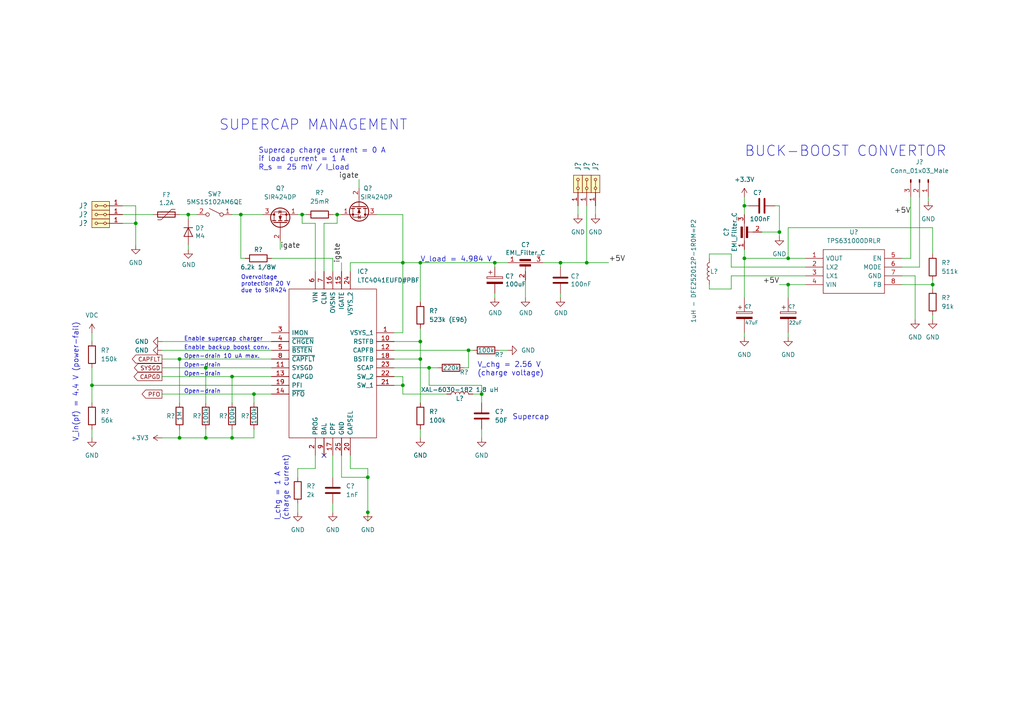
<source format=kicad_sch>
(kicad_sch (version 20231120) (generator "eeschema") (generator_version "8.0")
  (paper "A4")
  (lib_symbols
    (symbol "+3.3V_1" (power) (pin_names (offset 0))
      (property "Value" "+3.3V_1" (at 0 3.556 0))
      (symbol "+3.3V_1_0_1"
        (polyline (pts (xy -0.762 1.27) (xy 0 2.54)))
        (polyline (pts (xy 0 0) (xy 0 2.54)))
        (polyline (pts (xy 0 2.54) (xy 0.762 1.27)))
      )
      (symbol "+3.3V_1_1_1"
        (pin power_in line (at 0 0 90) (length 0) hide (name "+3.3V") (number "1"))
      )
    )
    (symbol "Connector:Conn_01x03_Male" (pin_names (offset 1.016) hide)
      (property "Reference" "J" (at 0 5.08 0))
      (property "Value" "Conn_01x03_Male" (at 0 -5.08 0))
      (symbol "Conn_01x03_Male_1_1"
        (polyline (pts (xy 1.27 -2.54) (xy 0.8636 -2.54)) (stroke (width 0.1524)))
        (polyline (pts (xy 1.27 0) (xy 0.8636 0)) (stroke (width 0.1524)))
        (polyline (pts (xy 1.27 2.54) (xy 0.8636 2.54)) (stroke (width 0.1524)))
        (rectangle (start 0.8636 -2.413) (end 0 -2.667) (stroke (width 0.1524)) (fill (type outline)))
        (rectangle (start 0.8636 0.127) (end 0 -0.127) (stroke (width 0.1524)) (fill (type outline)))
        (rectangle (start 0.8636 2.667) (end 0 2.413) (stroke (width 0.1524)) (fill (type outline)))
        (pin passive line (at 5.08 2.54 180) (length 3.81) (name "Pin_1") (number "1"))
        (pin passive line (at 5.08 0 180) (length 3.81) (name "Pin_2") (number "2"))
        (pin passive line (at 5.08 -2.54 180) (length 3.81) (name "Pin_3") (number "3"))
      )
    )
    (symbol "DATALOGGER01A-rescue:C-device" (pin_numbers hide) (pin_names (offset 0.254))
      (property "Reference" "C" (at 0.635 2.54 0))
      (property "Value" "C-device" (at 0.635 -2.54 0))
      (symbol "C-device_0_1"
        (polyline (pts (xy -2.032 -0.762) (xy 2.032 -0.762)) (stroke (width 0.508)))
        (polyline (pts (xy -2.032 0.762) (xy 2.032 0.762)) (stroke (width 0.508)))
      )
      (symbol "C-device_1_1"
        (pin passive line (at 0 3.81 270) (length 2.794) (name "~") (number "1"))
        (pin passive line (at 0 -3.81 90) (length 2.794) (name "~") (number "2"))
      )
    )
    (symbol "DATALOGGER01A-rescue:CP-device" (pin_numbers hide) (pin_names (offset 0.254))
      (property "Reference" "C" (at 0.635 2.54 0))
      (property "Value" "CP-device" (at 0.635 -2.54 0))
      (symbol "CP-device_0_1"
        (rectangle (start -2.286 0.508) (end -2.286 1.016))
        (rectangle (start -2.286 0.508) (end 2.286 0.508))
        (polyline (pts (xy -1.778 2.286) (xy -0.762 2.286)))
        (polyline (pts (xy -1.27 2.794) (xy -1.27 1.778)))
        (rectangle (start 2.286 -0.508) (end -2.286 -1.016) (fill (type outline)))
        (rectangle (start 2.286 1.016) (end -2.286 1.016))
        (rectangle (start 2.286 1.016) (end 2.286 0.508))
      )
      (symbol "CP-device_1_1"
        (pin passive line (at 0 3.81 270) (length 2.794) (name "~") (number "1"))
        (pin passive line (at 0 -3.81 90) (length 2.794) (name "~") (number "2"))
      )
    )
    (symbol "DATALOGGER01A-rescue:D-device" (pin_numbers hide) (pin_names (offset 1.016) hide)
      (property "Reference" "D" (at 0 2.54 0))
      (property "Value" "D-device" (at 0 -2.54 0))
      (symbol "D-device_0_1"
        (polyline (pts (xy -1.27 1.27) (xy -1.27 -1.27)) (stroke (width 0.2032)))
        (polyline (pts (xy 1.27 0) (xy -1.27 0)))
        (polyline (pts (xy 1.27 1.27) (xy 1.27 -1.27) (xy -1.27 0) (xy 1.27 1.27)) (stroke (width 0.2032)))
      )
      (symbol "D-device_1_1"
        (pin passive line (at -3.81 0 0) (length 2.54) (name "K") (number "1"))
        (pin passive line (at 3.81 0 180) (length 2.54) (name "A") (number "2"))
      )
    )
    (symbol "DATALOGGER01A-rescue:EMI_Filter_C-device" (pin_names (offset 0.254) hide)
      (property "Reference" "C" (at 0 7.62 0))
      (property "Value" "EMI_Filter_C-device" (at 0 5.715 0))
      (symbol "EMI_Filter_C-device_0_1"
        (rectangle (start -1.651 1.524) (end 1.524 2.032) (fill (type outline)))
        (polyline (pts (xy -2.54 2.54) (xy 2.54 2.54)))
        (polyline (pts (xy 0 0) (xy 0 1.778)))
        (rectangle (start 1.524 3.048) (end -1.651 3.556) (fill (type outline)))
      )
      (symbol "EMI_Filter_C-device_1_1"
        (pin passive line (at -5.08 2.54 0) (length 2.54) (name "1") (number "1"))
        (pin passive line (at 0 -2.54 90) (length 2.54) (name "2") (number "2"))
        (pin passive line (at 5.08 2.54 180) (length 2.54) (name "3") (number "3"))
      )
    )
    (symbol "DATALOGGER01A-rescue:HEADER_2x01_PARALLEL-MLAB_HEADER" (pin_names (offset 1.016))
      (property "Reference" "J" (at 0 -2.54 0))
      (property "Value" "HEADER_2x01_PARALLEL-MLAB_HEADER" (at 0 2.54 0))
      (symbol "HEADER_2x01_PARALLEL-MLAB_HEADER_0_1"
        (rectangle (start -2.54 1.27) (end 2.54 -1.27) (fill (type background)))
        (circle (center -1.27 0) (radius 0.381))
        (polyline (pts (xy -1.651 0) (xy -2.54 0)))
        (polyline (pts (xy -0.889 0) (xy 0.889 0)))
        (circle (center 1.27 0) (radius 0.381))
      )
      (symbol "HEADER_2x01_PARALLEL-MLAB_HEADER_1_1"
        (pin input line (at -6.35 0 0) (length 3.81) (name "~") (number "1"))
        (pin input line (at -6.35 0 0) (length 3.81) hide (name "~") (number "2"))
      )
    )
    (symbol "DATALOGGER01A-rescue:Polyfuse-device" (pin_numbers hide) (pin_names (offset 0))
      (property "Reference" "F" (at -2.54 0 90))
      (property "Value" "Polyfuse-device" (at 2.54 0 90))
      (symbol "Polyfuse-device_0_1"
        (rectangle (start -0.762 2.54) (end 0.762 -2.54) (stroke (width 0.254)))
        (polyline (pts (xy 0 2.54) (xy 0 -2.54)))
        (polyline (pts (xy -1.524 2.54) (xy -1.524 1.524) (xy 1.524 -1.524) (xy 1.524 -2.54)))
      )
      (symbol "Polyfuse-device_1_1"
        (pin passive line (at 0 3.81 270) (length 1.27) (name "~") (number "1"))
        (pin passive line (at 0 -3.81 90) (length 1.27) (name "~") (number "2"))
      )
    )
    (symbol "Device:C" (pin_numbers hide) (pin_names (offset 0.254))
      (property "Reference" "C" (at 0.635 2.54 0))
      (property "Value" "C" (at 0.635 -2.54 0))
      (symbol "C_0_1"
        (polyline (pts (xy -2.032 -0.762) (xy 2.032 -0.762)) (stroke (width 0.508)))
        (polyline (pts (xy -2.032 0.762) (xy 2.032 0.762)) (stroke (width 0.508)))
      )
      (symbol "C_1_1"
        (pin passive line (at 0 3.81 270) (length 2.794) (name "~") (number "1"))
        (pin passive line (at 0 -3.81 90) (length 2.794) (name "~") (number "2"))
      )
    )
    (symbol "Device:L" (pin_numbers hide) (pin_names (offset 1.016) hide)
      (property "Reference" "L" (at -1.27 0 90))
      (property "Value" "L" (at 1.905 0 90))
      (symbol "L_0_1"
        (arc (start 0 -2.54) (mid 0.6323 -1.905) (end 0 -1.27))
        (arc (start 0 -1.27) (mid 0.6323 -0.635) (end 0 0))
        (arc (start 0 0) (mid 0.6323 0.635) (end 0 1.27))
        (arc (start 0 1.27) (mid 0.6323 1.905) (end 0 2.54))
      )
      (symbol "L_1_1"
        (pin passive line (at 0 3.81 270) (length 1.27) (name "1") (number "1"))
        (pin passive line (at 0 -3.81 90) (length 1.27) (name "2") (number "2"))
      )
    )
    (symbol "Device:R" (pin_numbers hide) (pin_names (offset 0))
      (property "Reference" "R" (at 2.032 0 90))
      (property "Value" "R" (at 0 0 90))
      (symbol "R_0_1"
        (rectangle (start -1.016 -2.54) (end 1.016 2.54) (stroke (width 0.254)))
      )
      (symbol "R_1_1"
        (pin passive line (at 0 3.81 270) (length 1.27) (name "~") (number "1"))
        (pin passive line (at 0 -3.81 90) (length 1.27) (name "~") (number "2"))
      )
    )
    (symbol "GND_1" (power) (pin_names (offset 0))
      (property "Value" "GND_1" (at 0 -3.81 0))
      (symbol "GND_1_0_1"
        (polyline (pts (xy 0 0) (xy 0 -1.27) (xy 1.27 -1.27) (xy 0 -2.54) (xy -1.27 -1.27) (xy 0 -1.27)))
      )
      (symbol "GND_1_1_1"
        (pin power_in line (at 0 0 270) (length 0) hide (name "GND") (number "1"))
      )
    )
    (symbol "GND_10" (power) (pin_names (offset 0))
      (property "Value" "GND_10" (at 0 -3.81 0))
      (symbol "GND_10_0_1"
        (polyline (pts (xy 0 0) (xy 0 -1.27) (xy 1.27 -1.27) (xy 0 -2.54) (xy -1.27 -1.27) (xy 0 -1.27)))
      )
      (symbol "GND_10_1_1"
        (pin power_in line (at 0 0 270) (length 0) hide (name "GND") (number "1"))
      )
    )
    (symbol "GND_11" (power) (pin_names (offset 0))
      (property "Value" "GND_11" (at 0 -3.81 0))
      (symbol "GND_11_0_1"
        (polyline (pts (xy 0 0) (xy 0 -1.27) (xy 1.27 -1.27) (xy 0 -2.54) (xy -1.27 -1.27) (xy 0 -1.27)))
      )
      (symbol "GND_11_1_1"
        (pin power_in line (at 0 0 270) (length 0) hide (name "GND") (number "1"))
      )
    )
    (symbol "GND_12" (power) (pin_names (offset 0))
      (property "Value" "GND_12" (at 0 -3.81 0))
      (symbol "GND_12_0_1"
        (polyline (pts (xy 0 0) (xy 0 -1.27) (xy 1.27 -1.27) (xy 0 -2.54) (xy -1.27 -1.27) (xy 0 -1.27)))
      )
      (symbol "GND_12_1_1"
        (pin power_in line (at 0 0 270) (length 0) hide (name "GND") (number "1"))
      )
    )
    (symbol "GND_2" (power) (pin_names (offset 0))
      (property "Value" "GND_2" (at 0 -3.81 0))
      (symbol "GND_2_0_1"
        (polyline (pts (xy 0 0) (xy 0 -1.27) (xy 1.27 -1.27) (xy 0 -2.54) (xy -1.27 -1.27) (xy 0 -1.27)))
      )
      (symbol "GND_2_1_1"
        (pin power_in line (at 0 0 270) (length 0) hide (name "GND") (number "1"))
      )
    )
    (symbol "GND_3" (power) (pin_names (offset 0))
      (property "Value" "GND_3" (at 0 -3.81 0))
      (symbol "GND_3_0_1"
        (polyline (pts (xy 0 0) (xy 0 -1.27) (xy 1.27 -1.27) (xy 0 -2.54) (xy -1.27 -1.27) (xy 0 -1.27)))
      )
      (symbol "GND_3_1_1"
        (pin power_in line (at 0 0 270) (length 0) hide (name "GND") (number "1"))
      )
    )
    (symbol "GND_4" (power) (pin_names (offset 0))
      (property "Value" "GND_4" (at 0 -3.81 0))
      (symbol "GND_4_0_1"
        (polyline (pts (xy 0 0) (xy 0 -1.27) (xy 1.27 -1.27) (xy 0 -2.54) (xy -1.27 -1.27) (xy 0 -1.27)))
      )
      (symbol "GND_4_1_1"
        (pin power_in line (at 0 0 270) (length 0) hide (name "GND") (number "1"))
      )
    )
    (symbol "GND_5" (power) (pin_names (offset 0))
      (property "Value" "GND_5" (at 0 -3.81 0))
      (symbol "GND_5_0_1"
        (polyline (pts (xy 0 0) (xy 0 -1.27) (xy 1.27 -1.27) (xy 0 -2.54) (xy -1.27 -1.27) (xy 0 -1.27)))
      )
      (symbol "GND_5_1_1"
        (pin power_in line (at 0 0 270) (length 0) hide (name "GND") (number "1"))
      )
    )
    (symbol "GND_6" (power) (pin_names (offset 0))
      (property "Value" "GND_6" (at 0 -3.81 0))
      (symbol "GND_6_0_1"
        (polyline (pts (xy 0 0) (xy 0 -1.27) (xy 1.27 -1.27) (xy 0 -2.54) (xy -1.27 -1.27) (xy 0 -1.27)))
      )
      (symbol "GND_6_1_1"
        (pin power_in line (at 0 0 270) (length 0) hide (name "GND") (number "1"))
      )
    )
    (symbol "GND_7" (power) (pin_names (offset 0))
      (property "Value" "GND_7" (at 0 -3.81 0))
      (symbol "GND_7_0_1"
        (polyline (pts (xy 0 0) (xy 0 -1.27) (xy 1.27 -1.27) (xy 0 -2.54) (xy -1.27 -1.27) (xy 0 -1.27)))
      )
      (symbol "GND_7_1_1"
        (pin power_in line (at 0 0 270) (length 0) hide (name "GND") (number "1"))
      )
    )
    (symbol "GND_8" (power) (pin_names (offset 0))
      (property "Value" "GND_8" (at 0 -3.81 0))
      (symbol "GND_8_0_1"
        (polyline (pts (xy 0 0) (xy 0 -1.27) (xy 1.27 -1.27) (xy 0 -2.54) (xy -1.27 -1.27) (xy 0 -1.27)))
      )
      (symbol "GND_8_1_1"
        (pin power_in line (at 0 0 270) (length 0) hide (name "GND") (number "1"))
      )
    )
    (symbol "GND_9" (power) (pin_names (offset 0))
      (property "Value" "GND_9" (at 0 -3.81 0))
      (symbol "GND_9_0_1"
        (polyline (pts (xy 0 0) (xy 0 -1.27) (xy 1.27 -1.27) (xy 0 -2.54) (xy -1.27 -1.27) (xy 0 -1.27)))
      )
      (symbol "GND_9_1_1"
        (pin power_in line (at 0 0 270) (length 0) hide (name "GND") (number "1"))
      )
    )
    (symbol "LION2CELL01D-rescue:CP2" (pin_numbers hide) (pin_names (offset 0.254))
      (property "Reference" "C" (at 0 2.54 0))
      (property "Value" "CP2" (at 0.1524 -2.159 0))
      (symbol "CP2_0_1"
        (rectangle (start -2.286 0.508) (end -2.286 1.016))
        (rectangle (start -2.286 0.508) (end 2.286 0.508))
        (rectangle (start -1.778 2.286) (end -0.762 2.286))
        (rectangle (start -1.27 1.778) (end -1.27 2.794))
        (rectangle (start 2.286 -0.508) (end -2.286 -1.016) (fill (type outline)))
        (rectangle (start 2.286 1.016) (end -2.286 1.016))
        (rectangle (start 2.286 1.016) (end 2.286 0.508))
      )
      (symbol "CP2_1_1"
        (pin passive line (at 0 5.08 270) (length 4.064) (name "~") (number "1"))
        (pin passive line (at 0 -5.08 90) (length 4.064) (name "~") (number "2"))
      )
    )
    (symbol "LTC4041EUFD#PBF:LTC4041EUFD#PBF" (pin_names (offset 0.762))
      (property "Reference" "IC" (at 31.75 17.78 0))
      (property "Value" "LTC4041EUFD#PBF" (at 31.75 15.24 0))
      (symbol "LTC4041EUFD#PBF_0_0"
        (pin passive line (at 35.56 0 180) (length 5.08) (name "VSYS_1") (number "1"))
        (pin passive line (at 35.56 -2.54 180) (length 5.08) (name "RSTFB") (number "10"))
        (pin passive line (at 0 -10.16 0) (length 5.08) (name "SYSGD") (number "11"))
        (pin passive line (at 35.56 -5.08 180) (length 5.08) (name "CAPFB") (number "12"))
        (pin passive line (at 0 -12.7 0) (length 5.08) (name "CAPGD") (number "13"))
        (pin passive line (at 0 -17.78 0) (length 5.08) (name "~{PFO}") (number "14"))
        (pin passive line (at 20.32 17.78 270) (length 5.08) (name "IGATE") (number "15"))
        (pin passive line (at 17.78 17.78 270) (length 5.08) (name "OVSNS") (number "16"))
        (pin passive line (at 17.78 -35.56 90) (length 5.08) (name "CPF") (number "17"))
        (pin passive line (at 35.56 -7.62 180) (length 5.08) (name "BSTFB") (number "18"))
        (pin passive line (at 0 -15.24 0) (length 5.08) (name "PFI") (number "19"))
        (pin passive line (at 12.7 -35.56 90) (length 5.08) (name "PROG") (number "2"))
        (pin passive line (at 22.86 -35.56 90) (length 5.08) (name "CAPSEL") (number "20"))
        (pin passive line (at 35.56 -15.24 180) (length 5.08) (name "SW_1") (number "21"))
        (pin passive line (at 35.56 -12.7 180) (length 5.08) (name "SW_2") (number "22"))
        (pin passive line (at 35.56 -10.16 180) (length 5.08) (name "SCAP") (number "23"))
        (pin passive line (at 22.86 17.78 270) (length 5.08) (name "VSYS_2") (number "24"))
        (pin passive line (at 20.32 -35.56 90) (length 5.08) (name "GND") (number "25"))
        (pin passive line (at 0 0 0) (length 5.08) (name "IMON") (number "3"))
        (pin passive line (at 0 -2.54 0) (length 5.08) (name "~{CHGEN}") (number "4"))
        (pin passive line (at 0 -5.08 0) (length 5.08) (name "~{BSTEN}") (number "5"))
        (pin passive line (at 12.7 17.78 270) (length 5.08) (name "VIN") (number "6"))
        (pin passive line (at 15.24 17.78 270) (length 5.08) (name "CLN") (number "7"))
        (pin passive line (at 0 -7.62 0) (length 5.08) (name "~{CAPFLT}") (number "8"))
        (pin passive line (at 15.24 -35.56 90) (length 5.08) (name "BAL") (number "9"))
      )
      (symbol "LTC4041EUFD#PBF_0_1"
        (polyline (pts (xy 5.08 12.7) (xy 30.48 12.7) (xy 30.48 -30.48) (xy 5.08 -30.48) (xy 5.08 12.7)) (stroke (width 0.1524)))
      )
    )
    (symbol "Switch:SW_SPST" (pin_names (offset 0) hide)
      (property "Reference" "SW" (at 0 3.175 0))
      (property "Value" "SW_SPST" (at 0 -2.54 0))
      (symbol "SW_SPST_0_0"
        (circle (center -2.032 0) (radius 0.508))
        (polyline (pts (xy -1.524 0.254) (xy 1.524 1.778)))
        (circle (center 2.032 0) (radius 0.508))
      )
      (symbol "SW_SPST_1_1"
        (pin passive line (at -5.08 0 0) (length 2.54) (name "A") (number "1"))
        (pin passive line (at 5.08 0 180) (length 2.54) (name "B") (number "2"))
      )
    )
    (symbol "TPS631000DRLR:TPS631000DRLR" (pin_names (offset 0.762))
      (property "Reference" "U" (at 24.13 7.62 0))
      (property "Value" "TPS631000DRLR" (at 24.13 5.08 0))
      (symbol "TPS631000DRLR_0_0"
        (pin passive line (at 0 0 0) (length 5.08) (name "VOUT") (number "1"))
        (pin passive line (at 0 -2.54 0) (length 5.08) (name "LX2") (number "2"))
        (pin passive line (at 0 -5.08 0) (length 5.08) (name "LX1") (number "3"))
        (pin passive line (at 0 -7.62 0) (length 5.08) (name "VIN") (number "4"))
        (pin passive line (at 27.94 0 180) (length 5.08) (name "EN") (number "5"))
        (pin passive line (at 27.94 -2.54 180) (length 5.08) (name "MODE") (number "6"))
        (pin passive line (at 27.94 -5.08 180) (length 5.08) (name "GND") (number "7"))
        (pin passive line (at 27.94 -7.62 180) (length 5.08) (name "FB") (number "8"))
      )
      (symbol "TPS631000DRLR_0_1"
        (polyline (pts (xy 5.08 2.54) (xy 22.86 2.54) (xy 22.86 -10.16) (xy 5.08 -10.16) (xy 5.08 2.54)) (stroke (width 0.1524)))
      )
    )
    (symbol "Transistor_FET:2N7000" (pin_names hide)
      (property "Reference" "Q" (at 5.08 1.905 0))
      (property "Value" "2N7000" (at 5.08 0 0))
      (symbol "2N7000_0_1"
        (polyline (pts (xy 0.254 0) (xy -2.54 0)))
        (polyline (pts (xy 0.254 1.905) (xy 0.254 -1.905)) (stroke (width 0.254)))
        (polyline (pts (xy 0.762 -1.27) (xy 0.762 -2.286)) (stroke (width 0.254)))
        (polyline (pts (xy 0.762 0.508) (xy 0.762 -0.508)) (stroke (width 0.254)))
        (polyline (pts (xy 0.762 2.286) (xy 0.762 1.27)) (stroke (width 0.254)))
        (polyline (pts (xy 2.54 2.54) (xy 2.54 1.778)))
        (polyline (pts (xy 2.54 -2.54) (xy 2.54 0) (xy 0.762 0)))
        (polyline (pts (xy 0.762 -1.778) (xy 3.302 -1.778) (xy 3.302 1.778) (xy 0.762 1.778)))
        (polyline (pts (xy 1.016 0) (xy 2.032 0.381) (xy 2.032 -0.381) (xy 1.016 0)) (fill (type outline)))
        (polyline (pts (xy 2.794 0.508) (xy 2.921 0.381) (xy 3.683 0.381) (xy 3.81 0.254)))
        (polyline (pts (xy 3.302 0.381) (xy 2.921 -0.254) (xy 3.683 -0.254) (xy 3.302 0.381)))
        (circle (center 1.651 0) (radius 2.794) (stroke (width 0.254)))
        (circle (center 2.54 -1.778) (radius 0.254) (fill (type outline)))
        (circle (center 2.54 1.778) (radius 0.254) (fill (type outline)))
      )
      (symbol "2N7000_1_1"
        (pin passive line (at 2.54 -5.08 90) (length 2.54) (name "S") (number "1"))
        (pin input line (at -5.08 0 0) (length 2.54) (name "G") (number "2"))
        (pin passive line (at 2.54 5.08 270) (length 2.54) (name "D") (number "3"))
      )
    )
    (symbol "power:+3V3" (power) (pin_names (offset 0))
      (property "Value" "+3V3" (at 0 3.556 0))
      (symbol "+3V3_0_1"
        (polyline (pts (xy -0.762 1.27) (xy 0 2.54)))
        (polyline (pts (xy 0 0) (xy 0 2.54)))
        (polyline (pts (xy 0 2.54) (xy 0.762 1.27)))
      )
      (symbol "+3V3_1_1"
        (pin power_in line (at 0 0 90) (length 0) hide (name "+3V3") (number "1"))
      )
    )
    (symbol "power:GND" (power) (pin_names (offset 0))
      (property "Value" "GND" (at 0 -3.81 0))
      (symbol "GND_0_1"
        (polyline (pts (xy 0 0) (xy 0 -1.27) (xy 1.27 -1.27) (xy 0 -2.54) (xy -1.27 -1.27) (xy 0 -1.27)))
      )
      (symbol "GND_1_1"
        (pin power_in line (at 0 0 270) (length 0) hide (name "GND") (number "1"))
      )
    )
    (symbol "power:VDC" (power) (pin_names (offset 0))
      (property "Value" "VDC" (at 0 6.35 0))
      (symbol "VDC_0_1"
        (polyline (pts (xy -0.762 1.27) (xy 0 2.54)))
        (polyline (pts (xy 0 0) (xy 0 2.54)))
        (polyline (pts (xy 0 2.54) (xy 0.762 1.27)))
      )
      (symbol "VDC_1_1"
        (pin power_in line (at 0 0 90) (length 0) hide (name "VDC") (number "1"))
      )
    )
  )
  (junction (at 73.66 114.3))
  (junction (at 39.37 64.77))
  (junction (at 67.31 127))
  (junction (at 52.07 104.14))
  (junction (at 106.68 138.43))
  (junction (at 106.68 148.59))
  (junction (at 170.18 76.2))
  (junction (at 143.51 76.2))
  (junction (at 124.46 106.68))
  (junction (at 26.67 111.76))
  (junction (at 54.61 62.23))
  (junction (at 121.92 99.06))
  (junction (at 228.6 82.55))
  (junction (at 59.69 106.68))
  (junction (at 162.56 76.2))
  (junction (at 67.31 109.22))
  (junction (at 215.9 59.69))
  (junction (at 97.79 62.23))
  (junction (at 228.6 74.93))
  (junction (at 87.63 62.23))
  (junction (at 121.92 76.2))
  (junction (at 116.84 76.2))
  (junction (at 121.92 104.14))
  (junction (at 270.51 82.55))
  (junction (at 139.7 114.3))
  (junction (at 69.85 62.23))
  (junction (at 226.06 67.31))
  (junction (at 215.9 74.93))
  (junction (at 116.84 111.76))
  (junction (at 135.89 101.6))
  (junction (at 59.69 127))
  (junction (at 52.07 127))
  (no_connect (at 93.98 132.08))
  (wire (pts (xy 116.84 76.2) (xy 116.84 96.52)))
  (wire (pts (xy 137.16 114.3) (xy 139.7 114.3)))
  (wire (pts (xy 205.74 73.66) (xy 205.74 74.93)))
  (wire (pts (xy 215.9 59.69) (xy 215.9 62.23)))
  (wire (pts (xy 124.46 106.68) (xy 124.46 111.76)))
  (wire (pts (xy 91.44 132.08) (xy 91.44 135.89)))
  (wire (pts (xy 101.6 76.2) (xy 116.84 76.2)))
  (wire (pts (xy 144.78 101.6) (xy 147.32 101.6)))
  (wire (pts (xy 26.67 111.76) (xy 78.74 111.76)))
  (wire (pts (xy 106.68 138.43) (xy 106.68 148.59)))
  (wire (pts (xy 87.63 62.23) (xy 87.63 64.77)))
  (wire (pts (xy 46.99 127) (xy 52.07 127)))
  (wire (pts (xy 270.51 73.66) (xy 270.51 66.04)))
  (wire (pts (xy 97.79 62.23) (xy 96.52 62.23)))
  (wire (pts (xy 270.51 82.55) (xy 270.51 83.82)))
  (wire (pts (xy 121.92 124.46) (xy 121.92 127)))
  (wire (pts (xy 93.98 64.77) (xy 93.98 78.74)))
  (wire (pts (xy 52.07 104.14) (xy 52.07 116.84)))
  (wire (pts (xy 135.89 101.6) (xy 135.89 106.68)))
  (wire (pts (xy 46.99 109.22) (xy 67.31 109.22)))
  (wire (pts (xy 67.31 124.46) (xy 67.31 127)))
  (wire (pts (xy 91.44 135.89) (xy 86.36 135.89)))
  (wire (pts (xy 101.6 132.08) (xy 101.6 135.89)))
  (wire (pts (xy 52.07 104.14) (xy 78.74 104.14)))
  (wire (pts (xy 86.36 135.89) (xy 86.36 138.43)))
  (wire (pts (xy 215.9 57.15) (xy 215.9 59.69)))
  (wire (pts (xy 46.99 114.3) (xy 73.66 114.3)))
  (wire (pts (xy 59.69 124.46) (xy 59.69 127)))
  (wire (pts (xy 87.63 64.77) (xy 91.44 64.77)))
  (wire (pts (xy 101.6 78.74) (xy 101.6 76.2)))
  (wire (pts (xy 26.67 96.52) (xy 26.67 99.06)))
  (wire (pts (xy 124.46 111.76) (xy 139.7 111.76)))
  (wire (pts (xy 46.99 104.14) (xy 52.07 104.14)))
  (wire (pts (xy 114.3 106.68) (xy 124.46 106.68)))
  (wire (pts (xy 39.37 64.77) (xy 39.37 71.12)))
  (wire (pts (xy 212.09 73.66) (xy 205.74 73.66)))
  (wire (pts (xy 114.3 101.6) (xy 135.89 101.6)))
  (wire (pts (xy 135.89 106.68) (xy 134.62 106.68)))
  (wire (pts (xy 228.6 82.55) (xy 228.6 86.36)))
  (wire (pts (xy 93.98 64.77) (xy 97.79 64.77)))
  (wire (pts (xy 170.18 59.69) (xy 170.18 76.2)))
  (wire (pts (xy 71.12 74.93) (xy 69.85 74.93)))
  (wire (pts (xy 215.9 72.39) (xy 215.9 74.93)))
  (wire (pts (xy 143.51 85.09) (xy 143.51 86.36)))
  (wire (pts (xy 212.09 77.47) (xy 233.68 77.47)))
  (wire (pts (xy 121.92 99.06) (xy 121.92 104.14)))
  (wire (pts (xy 73.66 114.3) (xy 78.74 114.3)))
  (wire (pts (xy 228.6 74.93) (xy 233.68 74.93)))
  (wire (pts (xy 143.51 77.47) (xy 143.51 76.2)))
  (wire (pts (xy 99.06 76.2) (xy 99.06 78.74)))
  (wire (pts (xy 226.06 67.31) (xy 226.06 68.58)))
  (wire (pts (xy 270.51 91.44) (xy 270.51 92.71)))
  (wire (pts (xy 228.6 96.52) (xy 228.6 97.79)))
  (wire (pts (xy 139.7 124.46) (xy 139.7 127)))
  (wire (pts (xy 226.06 59.69) (xy 226.06 67.31)))
  (wire (pts (xy 67.31 116.84) (xy 67.31 109.22)))
  (wire (pts (xy 106.68 135.89) (xy 106.68 138.43)))
  (wire (pts (xy 114.3 96.52) (xy 116.84 96.52)))
  (wire (pts (xy 67.31 109.22) (xy 78.74 109.22)))
  (wire (pts (xy 269.24 57.15) (xy 269.24 58.42)))
  (wire (pts (xy 86.36 146.05) (xy 86.36 148.59)))
  (wire (pts (xy 152.4 81.28) (xy 152.4 86.36)))
  (wire (pts (xy 67.31 127) (xy 73.66 127)))
  (wire (pts (xy 212.09 83.82) (xy 205.74 83.82)))
  (wire (pts (xy 26.67 106.68) (xy 26.67 111.76)))
  (wire (pts (xy 109.22 62.23) (xy 116.84 62.23)))
  (wire (pts (xy 81.28 69.85) (xy 81.28 72.39)))
  (wire (pts (xy 139.7 111.76) (xy 139.7 114.3)))
  (wire (pts (xy 265.43 80.01) (xy 265.43 92.71)))
  (wire (pts (xy 99.06 132.08) (xy 99.06 138.43)))
  (wire (pts (xy 215.9 96.52) (xy 215.9 97.79)))
  (wire (pts (xy 215.9 74.93) (xy 228.6 74.93)))
  (wire (pts (xy 215.9 74.93) (xy 215.9 86.36)))
  (wire (pts (xy 96.52 146.05) (xy 96.52 148.59)))
  (wire (pts (xy 212.09 77.47) (xy 212.09 73.66)))
  (wire (pts (xy 121.92 95.25) (xy 121.92 99.06)))
  (wire (pts (xy 135.89 101.6) (xy 137.16 101.6)))
  (wire (pts (xy 170.18 76.2) (xy 176.53 76.2)))
  (wire (pts (xy 52.07 62.23) (xy 54.61 62.23)))
  (wire (pts (xy 264.16 57.15) (xy 264.16 74.93)))
  (wire (pts (xy 99.06 138.43) (xy 106.68 138.43)))
  (wire (pts (xy 270.51 66.04) (xy 228.6 66.04)))
  (wire (pts (xy 266.7 77.47) (xy 266.7 57.15)))
  (wire (pts (xy 143.51 76.2) (xy 147.32 76.2)))
  (wire (pts (xy 261.62 77.47) (xy 266.7 77.47)))
  (wire (pts (xy 46.99 101.6) (xy 78.74 101.6)))
  (wire (pts (xy 121.92 76.2) (xy 121.92 87.63)))
  (wire (pts (xy 116.84 62.23) (xy 116.84 76.2)))
  (wire (pts (xy 215.9 59.69) (xy 217.17 59.69)))
  (wire (pts (xy 59.69 127) (xy 67.31 127)))
  (wire (pts (xy 116.84 114.3) (xy 129.54 114.3)))
  (wire (pts (xy 121.92 104.14) (xy 121.92 116.84)))
  (wire (pts (xy 86.36 62.23) (xy 87.63 62.23)))
  (wire (pts (xy 52.07 124.46) (xy 52.07 127)))
  (wire (pts (xy 59.69 116.84) (xy 59.69 106.68)))
  (wire (pts (xy 26.67 111.76) (xy 26.67 116.84)))
  (wire (pts (xy 52.07 127) (xy 59.69 127)))
  (wire (pts (xy 88.9 62.23) (xy 87.63 62.23)))
  (wire (pts (xy 101.6 135.89) (xy 106.68 135.89)))
  (wire (pts (xy 116.84 76.2) (xy 121.92 76.2)))
  (wire (pts (xy 96.52 74.93) (xy 96.52 78.74)))
  (wire (pts (xy 69.85 74.93) (xy 69.85 62.23)))
  (wire (pts (xy 121.92 76.2) (xy 143.51 76.2)))
  (wire (pts (xy 73.66 127) (xy 73.66 124.46)))
  (wire (pts (xy 162.56 76.2) (xy 162.56 77.47)))
  (wire (pts (xy 157.48 76.2) (xy 162.56 76.2)))
  (wire (pts (xy 35.56 59.69) (xy 39.37 59.69)))
  (wire (pts (xy 261.62 82.55) (xy 270.51 82.55)))
  (wire (pts (xy 59.69 106.68) (xy 78.74 106.68)))
  (wire (pts (xy 54.61 63.5) (xy 54.61 62.23)))
  (wire (pts (xy 104.14 52.07) (xy 104.14 54.61)))
  (wire (pts (xy 261.62 74.93) (xy 264.16 74.93)))
  (wire (pts (xy 172.72 59.69) (xy 172.72 62.23)))
  (wire (pts (xy 114.3 99.06) (xy 121.92 99.06)))
  (wire (pts (xy 39.37 59.69) (xy 39.37 64.77)))
  (wire (pts (xy 220.98 67.31) (xy 226.06 67.31)))
  (wire (pts (xy 167.64 59.69) (xy 167.64 62.23)))
  (wire (pts (xy 91.44 64.77) (xy 91.44 78.74)))
  (wire (pts (xy 233.68 82.55) (xy 228.6 82.55)))
  (wire (pts (xy 73.66 114.3) (xy 73.66 116.84)))
  (wire (pts (xy 228.6 66.04) (xy 228.6 74.93)))
  (wire (pts (xy 97.79 62.23) (xy 99.06 62.23)))
  (wire (pts (xy 96.52 132.08) (xy 96.52 138.43)))
  (wire (pts (xy 205.74 83.82) (xy 205.74 82.55)))
  (wire (pts (xy 116.84 111.76) (xy 116.84 114.3)))
  (wire (pts (xy 35.56 62.23) (xy 44.45 62.23)))
  (wire (pts (xy 46.99 106.68) (xy 59.69 106.68)))
  (wire (pts (xy 69.85 62.23) (xy 76.2 62.23)))
  (wire (pts (xy 114.3 109.22) (xy 116.84 109.22)))
  (wire (pts (xy 97.79 64.77) (xy 97.79 62.23)))
  (wire (pts (xy 162.56 76.2) (xy 170.18 76.2)))
  (wire (pts (xy 114.3 104.14) (xy 121.92 104.14)))
  (wire (pts (xy 54.61 62.23) (xy 57.15 62.23)))
  (wire (pts (xy 226.06 82.55) (xy 228.6 82.55)))
  (wire (pts (xy 26.67 124.46) (xy 26.67 127)))
  (wire (pts (xy 224.79 59.69) (xy 226.06 59.69)))
  (wire (pts (xy 67.31 62.23) (xy 69.85 62.23)))
  (wire (pts (xy 46.99 99.06) (xy 78.74 99.06)))
  (wire (pts (xy 212.09 80.01) (xy 233.68 80.01)))
  (wire (pts (xy 116.84 109.22) (xy 116.84 111.76)))
  (wire (pts (xy 212.09 80.01) (xy 212.09 83.82)))
  (wire (pts (xy 78.74 74.93) (xy 96.52 74.93)))
  (wire (pts (xy 162.56 86.36) (xy 162.56 85.09)))
  (wire (pts (xy 114.3 111.76) (xy 116.84 111.76)))
  (wire (pts (xy 35.56 64.77) (xy 39.37 64.77)))
  (wire (pts (xy 139.7 114.3) (xy 139.7 116.84)))
  (wire (pts (xy 261.62 80.01) (xy 265.43 80.01)))
  (wire (pts (xy 106.68 148.59) (xy 106.68 151.13)))
  (wire (pts (xy 124.46 106.68) (xy 127 106.68)))
  (wire (pts (xy 270.51 82.55) (xy 270.51 81.28)))
  (wire (pts (xy 54.61 72.39) (xy 54.61 71.12)))
  (text "Open-drain" (at 53.34 106.68 0) (effects (font (size 1.2 1.2)) (justify left bottom)))
  (text "Open-drain" (at 53.34 109.22 0) (effects (font (size 1.2 1.2)) (justify left bottom)))
  (text "V_chg = 2.56 V\n(charge voltage)" (at 138.43 109.22 0) (effects (font (size 1.524 1.524)) (justify left bottom)))
  (text "Open-drain 10 uA max." (at 53.34 104.14 0) (effects (font (size 1.2 1.2)) (justify left bottom)))
  (text "Open-drain" (at 53.34 114.3 0) (effects (font (size 1.2 1.2)) (justify left bottom)))
  (text "Enable backup boost conv." (at 53.34 101.6 0) (effects (font (size 1.2 1.2)) (justify left bottom)))
  (text "I_chg = 1 A\n(charge current)" (at 83.82 151.13 90) (effects (font (size 1.524 1.524)) (justify left bottom)))
  (text "Overvoltage\nprotection 20 V\ndue to SIR424" (at 69.85 85.09 0) (effects (font (size 1.2 1.2)) (justify left bottom)))
  (text "Supercap charge current = 0 A\nif load current = 1 A\nR_s = 25 mV / I_load" (at 74.93 49.53 0) (effects (font (size 1.524 1.524)) (justify left bottom)))
  (text "Supercap" (at 148.59 121.92 0) (effects (font (size 1.524 1.524)) (justify left bottom)))
  (text "SUPERCAP MANAGEMENT" (at 63.5 38.1 0) (effects (font (size 3 3)) (justify left bottom)))
  (text "Enable supercap charger" (at 53.34 99.06 0) (effects (font (size 1.2 1.2)) (justify left bottom)))
  (text "V_load = 4.984 V" (at 121.92 76.2 0) (effects (font (size 1.524 1.524)) (justify left bottom)))
  (text "V_in(pf) = 4.4 V (power-fail)" (at 22.86 128.27 90) (effects (font (size 1.524 1.524)) (justify left bottom)))
  (text "BUCK-BOOST CONVERTOR" (at 215.9 45.72 0) (effects (font (size 2.9972 2.9972)) (justify left bottom)))
  (label "igate" (at 81.28 72.39 0) (effects (font (size 1.524 1.524))))
  (label "igate" (at 104.14 52.07 180) (effects (font (size 1.524 1.524))))
  (label "+5V" (at 226.06 82.55 180) (effects (font (size 1.524 1.524))))
  (label "igate" (at 99.06 76.2 90) (effects (font (size 1.524 1.524))))
  (label "+5V" (at 176.53 76.2 0) (effects (font (size 1.524 1.524))))
  (label "+5V" (at 264.16 62.23 180) (effects (font (size 1.524 1.524))))
  (global_label "CAPGD" (shape output) (at 46.99 109.22 180) (effects (font (size 1.2 1.2))) (property "Intersheetrefs" "${INTERSHEET_REFS}" (effects (hide yes))))
  (global_label "PFO" (shape output) (at 46.99 114.3 180) (effects (font (size 1.2 1.2))) (property "Intersheetrefs" "${INTERSHEET_REFS}" (effects (hide yes))))
  (global_label "CAPFLT" (shape output) (at 46.99 104.14 180) (effects (font (size 1.2 1.2))) (property "Intersheetrefs" "${INTERSHEET_REFS}" (effects (hide yes))))
  (global_label "SYSGD" (shape output) (at 46.99 106.68 180) (effects (font (size 1.2 1.2))) (property "Intersheetrefs" "${INTERSHEET_REFS}" (effects (hide yes))))
  (symbol (lib_id "DATALOGGER01A-rescue:EMI_Filter_C-device") (at 152.4 78.74 0) (unit 1)
    (property "Reference" "C?" (at 152.4 70.993 0))
    (property "Value" "EMI_Filter_C" (at 152.4 73.3044 0))
    (property "Footprint" "Mlab_L:FIR1" (effects (hide yes)))
    (property "Datasheet" "http://www.murata.com/~/media/webrenewal/support/library/catalog/products/emc/emifil/c31e.ashx?la=en-gb" (effects (hide yes)))
  )
  (symbol (lib_id "Transistor_FET:2N7000") (at 81.28 64.77 90) (unit 1)
    (property "Reference" "Q?" (at 81.28 54.61 90))
    (property "Value" "SIR424DP" (at 81.28 57.15 90))
    (property "Footprint" "Package_TO_SOT_THT:TO-92_Inline" (effects (hide yes)))
    (property "Datasheet" "https://www.vishay.com/docs/70226/70226.pdf" (effects (hide yes)))
  )
  (symbol (lib_id "Device:R") (at 67.31 120.65 180) (unit 1)
    (property "Reference" "R?" (at 64.77 120.65 0))
    (property "Value" "100k" (at 67.31 120.65 90))
  )
  (symbol (lib_name "GND_4") (lib_id "power:GND") (at 86.36 148.59 0) (unit 1)
    (property "Reference" "#PWR?" (effects (hide yes)))
    (property "Value" "GND" (at 86.36 153.67 0))
  )
  (symbol (lib_id "Device:R") (at 52.07 120.65 180) (unit 1)
    (property "Reference" "R?" (at 49.53 120.65 0))
    (property "Value" "1M" (at 52.07 120.65 90))
  )
  (symbol (lib_id "power:GND") (at 152.4 86.36 0) (unit 1)
    (property "Reference" "#PWR?" (effects (hide yes)))
    (property "Value" "GND" (at 152.527 90.7542 0))
  )
  (symbol (lib_id "Device:R") (at 73.66 120.65 180) (unit 1)
    (property "Reference" "R?" (at 71.12 120.65 0))
    (property "Value" "100k" (at 73.66 120.65 90))
  )
  (symbol (lib_id "Device:C") (at 139.7 120.65 0) (unit 1)
    (property "Reference" "C?" (at 143.51 119.3799 0) (effects (justify left)))
    (property "Value" "50F" (at 143.51 121.9199 0) (effects (justify left)))
  )
  (symbol (lib_id "Transistor_FET:2N7000") (at 104.14 59.69 270) (unit 1)
    (property "Reference" "Q?" (at 106.68 54.61 90))
    (property "Value" "SIR424DP" (at 109.22 57.15 90))
    (property "Footprint" "Package_TO_SOT_THT:TO-92_Inline" (effects (hide yes)))
    (property "Datasheet" "https://www.vishay.com/docs/70226/70226.pdf" (effects (hide yes)))
  )
  (symbol (lib_name "GND_10") (lib_id "power:GND") (at 269.24 58.42 0) (unit 1)
    (property "Reference" "#PWR?" (effects (hide yes)))
    (property "Value" "GND" (at 269.24 63.5 0))
  )
  (symbol (lib_id "Device:R") (at 74.93 74.93 270) (unit 1)
    (property "Reference" "R?" (at 74.93 72.39 90))
    (property "Value" "6.2k 1/8W" (at 74.93 77.47 90))
  )
  (symbol (lib_id "Device:R") (at 121.92 91.44 0) (unit 1)
    (property "Reference" "R?" (at 124.46 90.1699 0) (effects (justify left)))
    (property "Value" "523k (E96)" (at 124.46 92.7099 0) (effects (justify left)))
  )
  (symbol (lib_id "Device:R") (at 270.51 87.63 0) (unit 1)
    (property "Reference" "R?" (at 273.05 86.3599 0) (effects (justify left)))
    (property "Value" "91k" (at 273.05 88.8999 0) (effects (justify left)))
  )
  (symbol (lib_name "GND_11") (lib_id "power:GND") (at 172.72 62.23 0) (unit 1)
    (property "Reference" "#PWR?" (effects (hide yes)))
    (property "Value" "GND" (at 172.72 67.31 0))
  )
  (symbol (lib_id "DATALOGGER01A-rescue:EMI_Filter_C-device") (at 218.44 67.31 90) (unit 1)
    (property "Reference" "C?" (at 210.693 67.31 0))
    (property "Value" "EMI_Filter_C" (at 213.0044 67.31 0))
    (property "Footprint" "Mlab_L:FIR1" (effects (hide yes)))
    (property "Datasheet" "http://www.murata.com/~/media/webrenewal/support/library/catalog/products/emc/emifil/c31e.ashx?la=en-gb" (effects (hide yes)))
  )
  (symbol (lib_id "power:GND") (at 143.51 86.36 0) (unit 1)
    (property "Reference" "#PWR?" (effects (hide yes)))
    (property "Value" "GND" (at 143.637 90.7542 0))
  )
  (symbol (lib_name "GND_12") (lib_id "power:GND") (at 226.06 68.58 0) (unit 1)
    (property "Reference" "#PWR?" (effects (hide yes)))
    (property "Value" "GND" (at 226.06 73.66 0))
  )
  (symbol (lib_id "LION2CELL01D-rescue:CP2") (at 228.6 91.44 0) (unit 1)
    (property "Reference" "C?" (at 228.6 88.9 0) (effects (font (size 1.016 1.016)) (justify left)))
    (property "Value" "22uF" (at 228.7524 93.599 0) (effects (font (size 1.016 1.016)) (justify left)))
    (property "Footprint" "Mlab_C:TantalC_SizeB_Reflow" (effects (hide yes)))
  )
  (symbol (lib_id "DATALOGGER01A-rescue:CP-device") (at 143.51 81.28 0) (unit 1)
    (property "Reference" "C?" (at 146.5072 80.1116 0) (effects (justify left)))
    (property "Value" "100uF" (at 146.5072 82.423 0) (effects (justify left)))
    (property "Footprint" "Mlab_C:TantalC_SizeC_Reflow" (effects (hide yes)))
    (property "UST_ID" "5c70984412875079b91f8867" (effects (hide yes)))
  )
  (symbol (lib_name "GND_6") (lib_id "power:GND") (at 215.9 97.79 0) (unit 1)
    (property "Reference" "#PWR?" (effects (hide yes)))
    (property "Value" "GND" (at 215.9 102.87 0))
  )
  (symbol (lib_id "Device:R") (at 86.36 142.24 0) (unit 1)
    (property "Reference" "R?" (at 88.9 140.9699 0) (effects (justify left)))
    (property "Value" "2k" (at 88.9 143.5099 0) (effects (justify left)))
  )
  (symbol (lib_name "GND_7") (lib_id "power:GND") (at 139.7 127 0) (unit 1)
    (property "Reference" "#PWR?" (effects (hide yes)))
    (property "Value" "GND" (at 139.7 132.08 0))
  )
  (symbol (lib_id "DATALOGGER01A-rescue:HEADER_2x01_PARALLEL-MLAB_HEADER") (at 172.72 53.34 90) (unit 1)
    (property "Reference" "J?" (at 172.72 48.26 0) (effects (font (size 1.524 1.524))))
    (property "Value" "HEADER_2x01_PARALLEL" (effects (hide yes)))
    (property "Footprint" "Mlab_Pin_Headers:Straight_2x01" (effects (hide yes)))
  )
  (symbol (lib_name "GND_1") (lib_id "power:GND") (at 39.37 71.12 0) (unit 1)
    (property "Reference" "#PWR?" (effects (hide yes)))
    (property "Value" "GND" (at 39.37 76.2 0))
  )
  (symbol (lib_id "power:VDC") (at 26.67 96.52 0) (unit 1)
    (property "Reference" "#PWR?" (effects (hide yes)))
    (property "Value" "VDC" (at 26.67 91.44 0))
  )
  (symbol (lib_name "GND_5") (lib_id "power:GND") (at 121.92 127 0) (unit 1)
    (property "Reference" "#PWR?" (effects (hide yes)))
    (property "Value" "GND" (at 121.92 132.08 0))
  )
  (symbol (lib_id "Device:R") (at 270.51 77.47 0) (unit 1)
    (property "Reference" "R?" (at 273.05 76.1999 0) (effects (justify left)))
    (property "Value" "511k" (at 273.05 78.7399 0) (effects (justify left)))
  )
  (symbol (lib_name "GND_9") (lib_id "power:GND") (at 265.43 92.71 0) (unit 1)
    (property "Reference" "#PWR?" (effects (hide yes)))
    (property "Value" "GND" (at 265.43 97.79 0))
  )
  (symbol (lib_id "Device:R") (at 130.81 106.68 90) (unit 1)
    (property "Reference" "R?" (at 134.62 107.95 90))
    (property "Value" "220k" (at 130.81 106.68 90))
  )
  (symbol (lib_id "DATALOGGER01A-rescue:C-device") (at 162.56 81.28 0) (unit 1)
    (property "Reference" "C?" (at 165.481 80.1116 0) (effects (justify left)))
    (property "Value" "100nF" (at 165.481 82.423 0) (effects (justify left)))
    (property "Footprint" "Mlab_R:SMD-0805" (effects (hide yes)))
    (property "UST_ID" "5c70984712875079b91f8b4c" (effects (hide yes)))
  )
  (symbol (lib_id "Device:R") (at 59.69 120.65 180) (unit 1)
    (property "Reference" "R?" (at 57.15 120.65 0))
    (property "Value" "100k" (at 59.69 120.65 90))
  )
  (symbol (lib_name "GND_6") (lib_id "power:GND") (at 106.68 148.59 0) (unit 1)
    (property "Reference" "#PWR?" (effects (hide yes)))
    (property "Value" "GND" (at 106.68 153.67 0))
  )
  (symbol (lib_id "Device:C") (at 96.52 142.24 0) (unit 1)
    (property "Reference" "C?" (at 100.33 140.9699 0) (effects (justify left)))
    (property "Value" "1nF" (at 100.33 143.5099 0) (effects (justify left)))
  )
  (symbol (lib_id "DATALOGGER01A-rescue:D-device") (at 54.61 67.31 270) (unit 1)
    (property "Reference" "D?" (at 56.6166 66.1416 90) (effects (justify left)))
    (property "Value" "M4" (at 56.6166 68.453 90) (effects (justify left)))
    (property "Footprint" "Mlab_D:SMA_Standard" (effects (hide yes)))
    (property "UST_ID" "5c70984512875079b91f88ac" (effects (hide yes)))
  )
  (symbol (lib_id "TPS631000DRLR:TPS631000DRLR") (at 233.68 74.93 0) (unit 1)
    (property "Reference" "U?" (at 247.65 67.31 0))
    (property "Value" "TPS631000DRLR" (at 247.65 69.85 0))
    (property "Footprint" "SOTFL50P160X60-8N" (effects (hide yes)))
    (property "Datasheet" "https://www.ti.com/lit/ds/symlink/tps631000.pdf?ts=1652152702265" (effects (hide yes)))
    (property "Description" "Switching Voltage Regulators 1.5-A output current, high power density buck-boost converter" (effects (hide yes)))
    (property "Height" "0.6" (effects (hide yes)))
    (property "Mouser Part Number" "595-TPS631000DRLR" (effects (hide yes)))
    (property "Mouser Price/Stock" "https://www.mouser.co.uk/ProductDetail/Texas-Instruments/TPS631000DRLR?qs=rSMjJ%252B1ewcRYwoN2deTeNA%3D%3D" (effects (hide yes)))
    (property "Manufacturer_Name" "Texas Instruments" (effects (hide yes)))
    (property "Manufacturer_Part_Number" "TPS631000DRLR" (effects (hide yes)))
  )
  (symbol (lib_id "Device:R") (at 140.97 101.6 90) (unit 1)
    (property "Reference" "R?" (at 144.78 102.87 90))
    (property "Value" "100k" (at 140.97 101.6 90))
  )
  (symbol (lib_id "Switch:SW_SPST") (at 62.23 62.23 0) (mirror y) (unit 1)
    (property "Reference" "SW?" (at 62.23 56.261 0))
    (property "Value" "5MS1S102AM6QE" (at 62.23 58.5724 0))
    (property "Footprint" "Mlab_SW:5MS1S102AM6QE" (effects (hide yes)))
    (property "UST_ID" "5c70984712875079b91f8b66" (effects (hide yes)))
  )
  (symbol (lib_id "Connector:Conn_01x03_Male") (at 266.7 52.07 270) (unit 1)
    (property "Reference" "J?" (at 266.7 46.99 90))
    (property "Value" "Conn_01x03_Male" (at 266.7 49.53 90))
  )
  (symbol (lib_id "DATALOGGER01A-rescue:HEADER_2x01_PARALLEL-MLAB_HEADER") (at 170.18 53.34 90) (unit 1)
    (property "Reference" "J?" (at 170.18 48.26 0) (effects (font (size 1.524 1.524))))
    (property "Value" "HEADER_2x01_PARALLEL" (effects (hide yes)))
    (property "Footprint" "Mlab_Pin_Headers:Straight_2x01" (effects (hide yes)))
  )
  (symbol (lib_id "DATALOGGER01A-rescue:C-device") (at 220.98 59.69 90) (unit 1)
    (property "Reference" "C?" (at 220.98 55.88 90) (effects (justify left)))
    (property "Value" "100nF" (at 223.52 63.5 90) (effects (justify left)))
    (property "Footprint" "Mlab_R:SMD-0805" (effects (hide yes)))
    (property "UST_ID" "5c70984712875079b91f8b4c" (effects (hide yes)))
  )
  (symbol (lib_id "LION2CELL01D-rescue:CP2") (at 215.9 91.44 0) (unit 1)
    (property "Reference" "C?" (at 215.9 88.9 0) (effects (font (size 1.016 1.016)) (justify left)))
    (property "Value" "47uF" (at 216.0524 93.599 0) (effects (font (size 1.016 1.016)) (justify left)))
    (property "Footprint" "Mlab_C:TantalC_SizeB_Reflow" (effects (hide yes)))
  )
  (symbol (lib_id "Device:R") (at 92.71 62.23 90) (unit 1)
    (property "Reference" "R?" (at 92.71 55.88 90))
    (property "Value" "25mR" (at 92.71 58.42 90))
  )
  (symbol (lib_name "GND_2") (lib_id "power:GND") (at 147.32 101.6 90) (unit 1)
    (property "Reference" "#PWR?" (effects (hide yes)))
    (property "Value" "GND" (at 151.13 101.5999 90) (effects (justify right)))
  )
  (symbol (lib_id "Device:R") (at 121.92 120.65 0) (unit 1)
    (property "Reference" "R?" (at 124.46 119.3799 0) (effects (justify left)))
    (property "Value" "100k" (at 124.46 121.9199 0) (effects (justify left)))
  )
  (symbol (lib_id "power:GND") (at 162.56 86.36 0) (unit 1)
    (property "Reference" "#PWR?" (effects (hide yes)))
    (property "Value" "GND" (at 162.687 90.7542 0))
  )
  (symbol (lib_name "GND_8") (lib_id "power:GND") (at 46.99 99.06 270) (unit 1)
    (property "Reference" "#PWR?" (effects (hide yes)))
    (property "Value" "GND" (at 43.18 99.06 90) (effects (justify right)))
  )
  (symbol (lib_id "DATALOGGER01A-rescue:Polyfuse-device") (at 48.26 62.23 270) (unit 1)
    (property "Reference" "F?" (at 48.26 56.515 90))
    (property "Value" "1.2A" (at 48.26 58.8264 90))
    (property "Footprint" "Mlab_F:1812" (effects (hide yes)))
    (property "UST_ID" "5c70984512875079b91f88d2" (effects (hide yes)))
  )
  (symbol (lib_id "Device:L") (at 133.35 114.3 90) (unit 1)
    (property "Reference" "L?" (at 133.35 115.57 90))
    (property "Value" "XAL-6030-182 1.8 uH" (at 133.35 113.03 90))
  )
  (symbol (lib_name "GND_8") (lib_id "power:GND") (at 46.99 101.6 270) (unit 1)
    (property "Reference" "#PWR?" (effects (hide yes)))
    (property "Value" "GND" (at 43.18 101.6 90) (effects (justify right)))
  )
  (symbol (lib_id "power:GND") (at 54.61 72.39 0) (unit 1)
    (property "Reference" "#PWR?" (effects (hide yes)))
    (property "Value" "GND" (at 54.737 76.7842 0))
  )
  (symbol (lib_name "GND_3") (lib_id "power:GND") (at 26.67 127 0) (unit 1)
    (property "Reference" "#PWR?" (effects (hide yes)))
    (property "Value" "GND" (at 26.67 132.08 0))
  )
  (symbol (lib_id "power:+3V3") (at 46.99 127 90) (unit 1)
    (property "Reference" "#PWR?" (effects (hide yes)))
    (property "Value" "+3V3" (at 43.18 126.9999 90) (effects (justify left)))
  )
  (symbol (lib_id "Device:L") (at 205.74 78.74 180) (unit 1)
    (property "Reference" "L?" (at 208.28 78.74 0) (effects (justify left)))
    (property "Value" "1uH - DFE252012P-1R0M=P2" (at 201.168 63.5 90) (effects (justify left)))
  )
  (symbol (lib_id "DATALOGGER01A-rescue:HEADER_2x01_PARALLEL-MLAB_HEADER") (at 29.21 64.77 180) (unit 1)
    (property "Reference" "J?" (at 24.13 64.77 0) (effects (font (size 1.524 1.524))))
    (property "Value" "HEADER_2x01_PARALLEL" (effects (hide yes)))
    (property "Footprint" "Mlab_Pin_Headers:Straight_2x01" (effects (hide yes)))
  )
  (symbol (lib_id "Device:R") (at 26.67 120.65 0) (unit 1)
    (property "Reference" "R?" (at 29.21 119.3799 0) (effects (justify left)))
    (property "Value" "56k" (at 29.21 121.9199 0) (effects (justify left)))
  )
  (symbol (lib_id "DATALOGGER01A-rescue:HEADER_2x01_PARALLEL-MLAB_HEADER") (at 167.64 53.34 90) (unit 1)
    (property "Reference" "J?" (at 167.64 48.26 0) (effects (font (size 1.524 1.524))))
    (property "Value" "HEADER_2x01_PARALLEL" (effects (hide yes)))
    (property "Footprint" "Mlab_Pin_Headers:Straight_2x01" (effects (hide yes)))
  )
  (symbol (lib_name "GND_8") (lib_id "power:GND") (at 270.51 92.71 0) (unit 1)
    (property "Reference" "#PWR?" (effects (hide yes)))
    (property "Value" "GND" (at 270.51 97.79 0))
  )
  (symbol (lib_id "DATALOGGER01A-rescue:HEADER_2x01_PARALLEL-MLAB_HEADER") (at 29.21 62.23 180) (unit 1)
    (property "Reference" "J?" (at 24.13 62.23 0) (effects (font (size 1.524 1.524))))
    (property "Value" "HEADER_2x01_PARALLEL" (effects (hide yes)))
    (property "Footprint" "Mlab_Pin_Headers:Straight_2x01" (effects (hide yes)))
  )
  (symbol (lib_id "DATALOGGER01A-rescue:HEADER_2x01_PARALLEL-MLAB_HEADER") (at 29.21 59.69 180) (unit 1)
    (property "Reference" "J?" (at 24.13 59.69 0) (effects (font (size 1.524 1.524))))
    (property "Value" "HEADER_2x01_PARALLEL" (effects (hide yes)))
    (property "Footprint" "Mlab_Pin_Headers:Straight_2x01" (effects (hide yes)))
  )
  (symbol (lib_name "GND_7") (lib_id "power:GND") (at 228.6 97.79 0) (unit 1)
    (property "Reference" "#PWR?" (effects (hide yes)))
    (property "Value" "GND" (at 228.6 102.87 0))
  )
  (symbol (lib_name "GND_11") (lib_id "power:GND") (at 167.64 62.23 0) (unit 1)
    (property "Reference" "#PWR?" (effects (hide yes)))
    (property "Value" "GND" (at 167.64 67.31 0))
  )
  (symbol (lib_id "LTC4041EUFD#PBF:LTC4041EUFD#PBF") (at 78.74 96.52 0) (unit 1)
    (property "Reference" "IC?" (at 103.6194 78.74 0) (effects (justify left)))
    (property "Value" "LTC4041EUFD#PBF" (at 103.6194 81.28 0) (effects (justify left)))
    (property "Footprint" "QFN50P400X500X80-25N-D" (effects (hide yes)))
    (property "Datasheet" "https://www.analog.com/media/en/technical-documentation/data-sheets/LTC4041.pdf" (effects (hide yes)))
    (property "Description" "Power Management Specialized - PMIC 2.5A Supercapacitor Backup Power Manager" (effects (hide yes)))
    (property "Height" "0.8" (effects (hide yes)))
    (property "Mouser Part Number" "584-4041EUFDPB" (effects (hide yes)))
    (property "Mouser Price/Stock" "https://www.mouser.co.uk/ProductDetail/Analog-Devices/LTC4041EUFDPBF?qs=gTYE2QTfZfRpspSzeZf9Cw%3D%3D" (effects (hide yes)))
    (property "Manufacturer_Name" "Analog Devices" (effects (hide yes)))
    (property "Manufacturer_Part_Number" "LTC4041EUFD#PBF" (effects (hide yes)))
  )
  (symbol (lib_name "+3.3V_1") (lib_id "power:+3.3V") (at 215.9 57.15 0) (unit 1)
    (property "Reference" "#PWR?" (effects (hide yes)))
    (property "Value" "+3.3V" (at 215.9 52.07 0))
  )
  (symbol (lib_name "GND_6") (lib_id "power:GND") (at 96.52 148.59 0) (unit 1)
    (property "Reference" "#PWR?" (effects (hide yes)))
    (property "Value" "GND" (at 96.52 153.67 0))
  )
  (symbol (lib_id "Device:R") (at 26.67 102.87 0) (unit 1)
    (property "Reference" "R?" (at 29.21 101.5999 0) (effects (justify left)))
    (property "Value" "150k" (at 29.21 104.1399 0) (effects (justify left)))
  )
)
</source>
